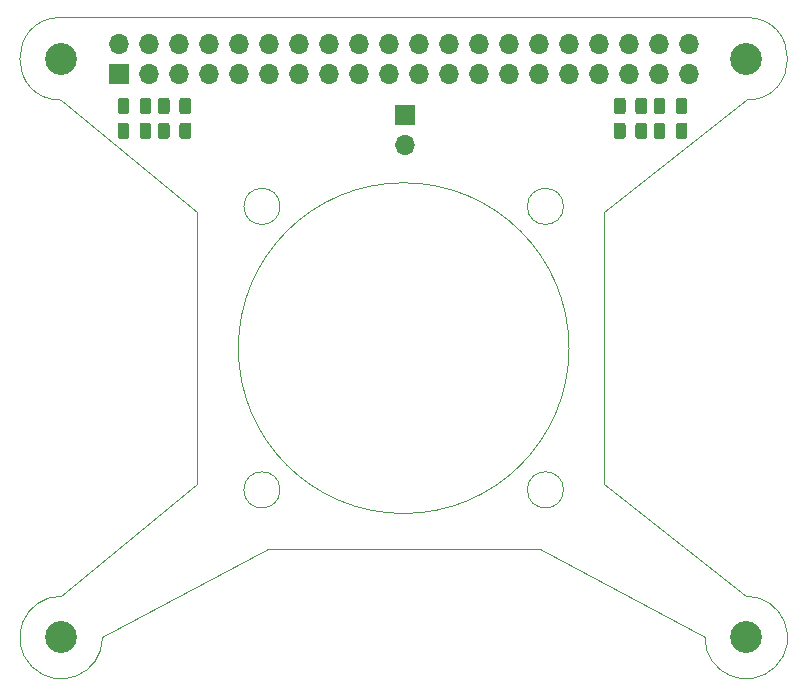
<source format=gts>
%TF.GenerationSoftware,KiCad,Pcbnew,(5.1.7-7-g831c51c875)-1*%
%TF.CreationDate,2021-03-20T10:33:23-05:00*%
%TF.ProjectId,raspberry_pi_fan_hat,72617370-6265-4727-9279-5f70695f6661,rev?*%
%TF.SameCoordinates,PXbebc200PY8f0d180*%
%TF.FileFunction,Soldermask,Top*%
%TF.FilePolarity,Negative*%
%FSLAX46Y46*%
G04 Gerber Fmt 4.6, Leading zero omitted, Abs format (unit mm)*
G04 Created by KiCad (PCBNEW (5.1.7-7-g831c51c875)-1) date 2021-03-20 10:33:23*
%MOMM*%
%LPD*%
G01*
G04 APERTURE LIST*
%TA.AperFunction,Profile*%
%ADD10C,0.100000*%
%TD*%
%ADD11O,1.700000X1.700000*%
%ADD12R,1.700000X1.700000*%
%ADD13C,2.700000*%
G04 APERTURE END LIST*
D10*
X46030000Y16000000D02*
G75*
G03*
X46030000Y16000000I-1530000J0D01*
G01*
X22030000Y16000000D02*
G75*
G03*
X22030000Y16000000I-1530000J0D01*
G01*
X22030000Y40000000D02*
G75*
G03*
X22030000Y40000000I-1530000J0D01*
G01*
X46030000Y40000000D02*
G75*
G03*
X46030000Y40000000I-1530000J0D01*
G01*
X3500000Y7000000D02*
X15000000Y16500000D01*
X46500000Y28000000D02*
G75*
G03*
X46500000Y28000000I-14000000J0D01*
G01*
X49500000Y39500000D02*
X61500000Y49000000D01*
X3500000Y49000000D02*
X15000000Y39500000D01*
X61500000Y7000000D02*
X49500000Y16500000D01*
X7000000Y3500000D02*
X21000000Y11000000D01*
X44000000Y11000000D02*
X58000000Y3500000D01*
X21000000Y11000000D02*
X44000000Y11000000D01*
X15000000Y39500000D02*
X15000000Y16500000D01*
X49500000Y16500000D02*
X49500000Y39500000D01*
X7000000Y3500000D02*
G75*
G02*
X3500000Y7000000I-3500000J0D01*
G01*
X61500000Y7000000D02*
G75*
G02*
X58000000Y3500000I0J-3500000D01*
G01*
X61500000Y56000000D02*
G75*
G02*
X61500000Y49000000I0J-3500000D01*
G01*
X3500000Y49000000D02*
G75*
G02*
X3500000Y56000000I0J3500000D01*
G01*
X61500000Y56000000D02*
X3500000Y56000000D01*
G36*
G01*
X12700000Y48950001D02*
X12700000Y48049999D01*
G75*
G02*
X12450001Y47800000I-249999J0D01*
G01*
X11924999Y47800000D01*
G75*
G02*
X11675000Y48049999I0J249999D01*
G01*
X11675000Y48950001D01*
G75*
G02*
X11924999Y49200000I249999J0D01*
G01*
X12450001Y49200000D01*
G75*
G02*
X12700000Y48950001I0J-249999D01*
G01*
G37*
G36*
G01*
X14525000Y48950001D02*
X14525000Y48049999D01*
G75*
G02*
X14275001Y47800000I-249999J0D01*
G01*
X13749999Y47800000D01*
G75*
G02*
X13500000Y48049999I0J249999D01*
G01*
X13500000Y48950001D01*
G75*
G02*
X13749999Y49200000I249999J0D01*
G01*
X14275001Y49200000D01*
G75*
G02*
X14525000Y48950001I0J-249999D01*
G01*
G37*
D11*
X32600000Y45160000D03*
D12*
X32600000Y47700000D03*
G36*
G01*
X52100000Y45949999D02*
X52100000Y46850001D01*
G75*
G02*
X52349999Y47100000I249999J0D01*
G01*
X52875001Y47100000D01*
G75*
G02*
X53125000Y46850001I0J-249999D01*
G01*
X53125000Y45949999D01*
G75*
G02*
X52875001Y45700000I-249999J0D01*
G01*
X52349999Y45700000D01*
G75*
G02*
X52100000Y45949999I0J249999D01*
G01*
G37*
G36*
G01*
X50275000Y45949999D02*
X50275000Y46850001D01*
G75*
G02*
X50524999Y47100000I249999J0D01*
G01*
X51050001Y47100000D01*
G75*
G02*
X51300000Y46850001I0J-249999D01*
G01*
X51300000Y45949999D01*
G75*
G02*
X51050001Y45700000I-249999J0D01*
G01*
X50524999Y45700000D01*
G75*
G02*
X50275000Y45949999I0J249999D01*
G01*
G37*
G36*
G01*
X52100000Y48049999D02*
X52100000Y48950001D01*
G75*
G02*
X52349999Y49200000I249999J0D01*
G01*
X52875001Y49200000D01*
G75*
G02*
X53125000Y48950001I0J-249999D01*
G01*
X53125000Y48049999D01*
G75*
G02*
X52875001Y47800000I-249999J0D01*
G01*
X52349999Y47800000D01*
G75*
G02*
X52100000Y48049999I0J249999D01*
G01*
G37*
G36*
G01*
X50275000Y48049999D02*
X50275000Y48950001D01*
G75*
G02*
X50524999Y49200000I249999J0D01*
G01*
X51050001Y49200000D01*
G75*
G02*
X51300000Y48950001I0J-249999D01*
G01*
X51300000Y48049999D01*
G75*
G02*
X51050001Y47800000I-249999J0D01*
G01*
X50524999Y47800000D01*
G75*
G02*
X50275000Y48049999I0J249999D01*
G01*
G37*
G36*
G01*
X12700000Y46850001D02*
X12700000Y45949999D01*
G75*
G02*
X12450001Y45700000I-249999J0D01*
G01*
X11924999Y45700000D01*
G75*
G02*
X11675000Y45949999I0J249999D01*
G01*
X11675000Y46850001D01*
G75*
G02*
X11924999Y47100000I249999J0D01*
G01*
X12450001Y47100000D01*
G75*
G02*
X12700000Y46850001I0J-249999D01*
G01*
G37*
G36*
G01*
X14525000Y46850001D02*
X14525000Y45949999D01*
G75*
G02*
X14275001Y45700000I-249999J0D01*
G01*
X13749999Y45700000D01*
G75*
G02*
X13500000Y45949999I0J249999D01*
G01*
X13500000Y46850001D01*
G75*
G02*
X13749999Y47100000I249999J0D01*
G01*
X14275001Y47100000D01*
G75*
G02*
X14525000Y46850001I0J-249999D01*
G01*
G37*
G36*
G01*
X54650000Y46856250D02*
X54650000Y45943750D01*
G75*
G02*
X54406250Y45700000I-243750J0D01*
G01*
X53918750Y45700000D01*
G75*
G02*
X53675000Y45943750I0J243750D01*
G01*
X53675000Y46856250D01*
G75*
G02*
X53918750Y47100000I243750J0D01*
G01*
X54406250Y47100000D01*
G75*
G02*
X54650000Y46856250I0J-243750D01*
G01*
G37*
G36*
G01*
X56525000Y46856250D02*
X56525000Y45943750D01*
G75*
G02*
X56281250Y45700000I-243750J0D01*
G01*
X55793750Y45700000D01*
G75*
G02*
X55550000Y45943750I0J243750D01*
G01*
X55550000Y46856250D01*
G75*
G02*
X55793750Y47100000I243750J0D01*
G01*
X56281250Y47100000D01*
G75*
G02*
X56525000Y46856250I0J-243750D01*
G01*
G37*
G36*
G01*
X54650000Y48956250D02*
X54650000Y48043750D01*
G75*
G02*
X54406250Y47800000I-243750J0D01*
G01*
X53918750Y47800000D01*
G75*
G02*
X53675000Y48043750I0J243750D01*
G01*
X53675000Y48956250D01*
G75*
G02*
X53918750Y49200000I243750J0D01*
G01*
X54406250Y49200000D01*
G75*
G02*
X54650000Y48956250I0J-243750D01*
G01*
G37*
G36*
G01*
X56525000Y48956250D02*
X56525000Y48043750D01*
G75*
G02*
X56281250Y47800000I-243750J0D01*
G01*
X55793750Y47800000D01*
G75*
G02*
X55550000Y48043750I0J243750D01*
G01*
X55550000Y48956250D01*
G75*
G02*
X55793750Y49200000I243750J0D01*
G01*
X56281250Y49200000D01*
G75*
G02*
X56525000Y48956250I0J-243750D01*
G01*
G37*
G36*
G01*
X10150000Y45943750D02*
X10150000Y46856250D01*
G75*
G02*
X10393750Y47100000I243750J0D01*
G01*
X10881250Y47100000D01*
G75*
G02*
X11125000Y46856250I0J-243750D01*
G01*
X11125000Y45943750D01*
G75*
G02*
X10881250Y45700000I-243750J0D01*
G01*
X10393750Y45700000D01*
G75*
G02*
X10150000Y45943750I0J243750D01*
G01*
G37*
G36*
G01*
X8275000Y45943750D02*
X8275000Y46856250D01*
G75*
G02*
X8518750Y47100000I243750J0D01*
G01*
X9006250Y47100000D01*
G75*
G02*
X9250000Y46856250I0J-243750D01*
G01*
X9250000Y45943750D01*
G75*
G02*
X9006250Y45700000I-243750J0D01*
G01*
X8518750Y45700000D01*
G75*
G02*
X8275000Y45943750I0J243750D01*
G01*
G37*
G36*
G01*
X10150000Y48043750D02*
X10150000Y48956250D01*
G75*
G02*
X10393750Y49200000I243750J0D01*
G01*
X10881250Y49200000D01*
G75*
G02*
X11125000Y48956250I0J-243750D01*
G01*
X11125000Y48043750D01*
G75*
G02*
X10881250Y47800000I-243750J0D01*
G01*
X10393750Y47800000D01*
G75*
G02*
X10150000Y48043750I0J243750D01*
G01*
G37*
G36*
G01*
X8275000Y48043750D02*
X8275000Y48956250D01*
G75*
G02*
X8518750Y49200000I243750J0D01*
G01*
X9006250Y49200000D01*
G75*
G02*
X9250000Y48956250I0J-243750D01*
G01*
X9250000Y48043750D01*
G75*
G02*
X9006250Y47800000I-243750J0D01*
G01*
X8518750Y47800000D01*
G75*
G02*
X8275000Y48043750I0J243750D01*
G01*
G37*
X8370000Y51230000D03*
D11*
X8370000Y53770000D03*
X10910000Y51230000D03*
X10910000Y53770000D03*
X13450000Y51230000D03*
X13450000Y53770000D03*
X15990000Y51230000D03*
X15990000Y53770000D03*
X18530000Y51230000D03*
X18530000Y53770000D03*
X21070000Y51230000D03*
X21070000Y53770000D03*
X23610000Y51230000D03*
X23610000Y53770000D03*
X26150000Y51230000D03*
X26150000Y53770000D03*
X28690000Y51230000D03*
X28690000Y53770000D03*
X31230000Y51230000D03*
X31230000Y53770000D03*
X33770000Y51230000D03*
X33770000Y53770000D03*
X36310000Y51230000D03*
X36310000Y53770000D03*
X38850000Y51230000D03*
X38850000Y53770000D03*
X41390000Y51230000D03*
X41390000Y53770000D03*
X43930000Y51230000D03*
X43930000Y53770000D03*
X46470000Y51230000D03*
X46470000Y53770000D03*
X49010000Y51230000D03*
X49010000Y53770000D03*
X51550000Y51230000D03*
X51550000Y53770000D03*
X54090000Y51230000D03*
X54090000Y53770000D03*
X56630000Y51230000D03*
X56630000Y53770000D03*
D13*
X61500000Y3500000D03*
X3500000Y3500000D03*
X61500000Y52500000D03*
X3500000Y52500000D03*
M02*

</source>
